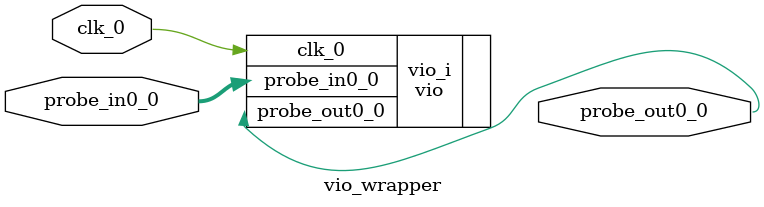
<source format=v>
`timescale 1 ps / 1 ps

module vio_wrapper
   (clk_0,
    probe_in0_0,
    probe_out0_0);
  input clk_0;
  input [7:0]probe_in0_0;
  output [0:0]probe_out0_0;

  wire clk_0;
  wire [7:0]probe_in0_0;
  wire [0:0]probe_out0_0;

  vio vio_i
       (.clk_0(clk_0),
        .probe_in0_0(probe_in0_0),
        .probe_out0_0(probe_out0_0));
endmodule

</source>
